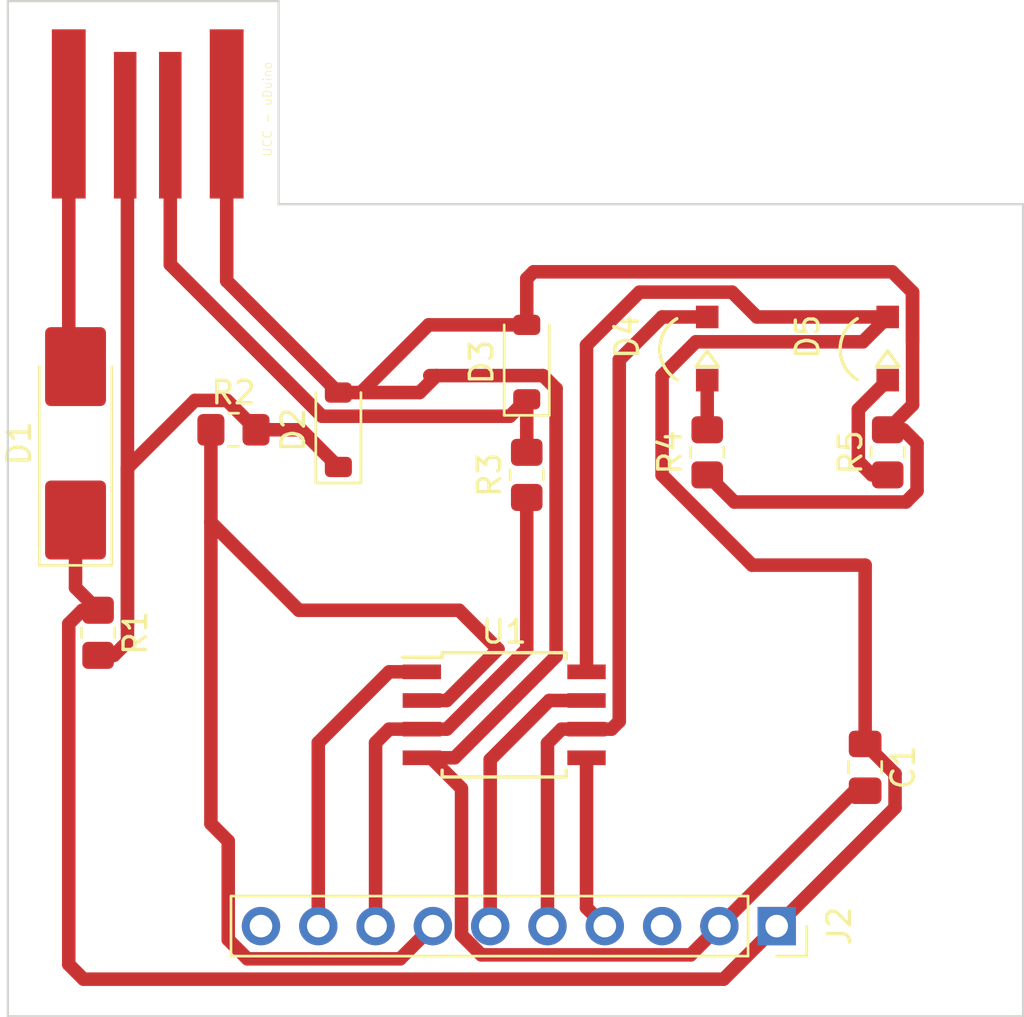
<source format=kicad_pcb>
(kicad_pcb (version 20241229) (generator "pcbnew") (generator_version "9.0")
  (layers (0 "F.Cu" signal) (2 "B.Cu" signal) (13 "F.Paste" user) (15 "B.Paste" user) (5 "F.SilkS" user "F.Silkscreen") (7 "B.SilkS" user "B.Silkscreen") (1 "F.Mask" user) (3 "B.Mask" user) (25 "Edge.Cuts" user))
  (net 0 "")
  (net 1 "GND")
  (net 2 "Net-(D1-A)")
  (net 3 "+5V")
  (net 4 "Net-(D2-K)")
  (net 5 "Net-(D3-K)")
  (net 6 "Net-(D5-K)")
  (net 7 "Net-(J2-Pin_4)")
  (net 8 "Net-(J2-Pin_7)")
  (net 9 "Net-(J2-Pin_6)")
  (net 11 "Net-(J2-Pin_9)")
  (net 13 "Net-(J2-Pin_8)")
  (net 14 "Net-(D4-A)")
  (net 15 "Net-(D4-K)")
  (footprint "Resistor_SMD:R_0805_2012Metric_Pad1.20x1.40mm_HandSolder" (layer "F.Cu") (at 208 92 90)
    (property "Reference" "R3" (at 0 -1.65 90) (layer "F.SilkS"))
    (property "Value" "68KΩ 5% 1/8W")
    (fp_line (start -0.227064 -0.735) (end 0.227064 -0.735) (stroke (width 0.12)) (layer "F.SilkS"))
    (fp_line (start -0.227064 0.735) (end 0.227064 0.735) (stroke (width 0.12)) (layer "F.SilkS"))
    (pad "1" smd roundrect (at -1 0 90) (size 1.2 1.4) (layers "F.Cu" "F.Mask" "F.Paste") (roundrect_rratio 0.208333) (net 13 "Net-(J2-Pin_8)"))
    (pad "2" smd roundrect (at 1 0 90) (size 1.2 1.4) (layers "F.Cu" "F.Mask" "F.Paste") (roundrect_rratio 0.208333) (net 5 "Net-(D3-K)"))
  )
  (footprint "Package_SO:SOIC-8W_5.3x5.3mm_P1.27mm" (layer "F.Cu") (at 207 102.635)
    (property "Reference" "U1" (at 0 -3.68 0) (layer "F.SilkS"))
    (property "Value" "ATtiny85-20SU")
    (fp_line (start -2.75 -2.755) (end -2.75 -2.55) (stroke (width 0.15)) (layer "F.SilkS"))
    (fp_line (start -2.75 -2.755) (end 2.75 -2.755) (stroke (width 0.15)) (layer "F.SilkS"))
    (fp_line (start -2.75 -2.55) (end -4.5 -2.55) (stroke (width 0.15)) (layer "F.SilkS"))
    (fp_line (start -2.75 2.755) (end -2.75 2.455) (stroke (width 0.15)) (layer "F.SilkS"))
    (fp_line (start -2.75 2.755) (end 2.75 2.755) (stroke (width 0.15)) (layer "F.SilkS"))
    (fp_line (start 2.75 -2.755) (end 2.75 -2.455) (stroke (width 0.15)) (layer "F.SilkS"))
    (fp_line (start 2.75 2.755) (end 2.75 2.455) (stroke (width 0.15)) (layer "F.SilkS"))
    (pad "1" smd rect (at -3.65 -1.905) (size 1.7 0.65) (layers "F.Cu" "F.Mask" "F.Paste") (net 11 "Net-(J2-Pin_9)"))
    (pad "2" smd rect (at -3.65 -0.635) (size 1.7 0.65) (layers "F.Cu" "F.Mask" "F.Paste") (net 8 "Net-(J2-Pin_7)"))
    (pad "3" smd rect (at -3.65 0.635) (size 1.7 0.65) (layers "F.Cu" "F.Mask" "F.Paste") (net 13 "Net-(J2-Pin_8)"))
    (pad "4" smd rect (at -3.65 1.905) (size 1.7 0.65) (layers "F.Cu" "F.Mask" "F.Paste") (net 1 "GND"))
    (pad "5" smd rect (at 3.65 1.905) (size 1.7 0.65) (layers "F.Cu" "F.Mask" "F.Paste") (net 7 "Net-(J2-Pin_4)"))
    (pad "6" smd rect (at 3.65 0.635) (size 1.7 0.65) (layers "F.Cu" "F.Mask" "F.Paste") (net 14 "Net-(D4-A)"))
    (pad "7" smd rect (at 3.65 -0.635) (size 1.7 0.65) (layers "F.Cu" "F.Mask" "F.Paste") (net 9 "Net-(J2-Pin_6)"))
    (pad "8" smd rect (at 3.65 -1.905) (size 1.7 0.65) (layers "F.Cu" "F.Mask" "F.Paste") (net 3 "+5V"))
  )
  (footprint "ledSMD:ledSMD" (layer "F.Cu") (at 224 86 90)
    (property "Reference" "D5" (at 0.125 -3.55 90) (layer "F.SilkS"))
    (property "Value" "Led Red")
    (fp_line (start -1.15 -0.475) (end -0.5 0) (stroke (width 0.15)) (layer "F.SilkS"))
    (fp_line (start -0.5 0) (end -1.2 0.5) (stroke (width 0.15)) (layer "F.SilkS"))
    (fp_line (start -1.2 0.5) (end -1.2 -0.5) (stroke (width 0.15)) (layer "F.SilkS"))
    (fp_arc (start -1.786089 -1.331572) (mid -0.435753 -2.107089) (end 0.924999 -1.349999) (stroke (width 0.15)) (layer "F.SilkS"))
    (pad "1" smd rect (at -1.8 0 90) (size 1 1) (layers "F.Cu" "F.Mask" "F.Paste") (net 6 "Net-(D5-K)"))
    (pad "2" smd rect (at 1 0 90) (size 1 1) (layers "F.Cu" "F.Mask" "F.Paste") (net 3 "+5V"))
  )
  (footprint "embeddedPcbUsb:USB_A_UCC" (layer "F.Cu") (at 191.2 76.2 -90)
    (property "Reference" "J1" (hide yes))
    (property "Value" "Pcb USB Type A" (hide yes))
    (fp_text user "UCC - uDuino" (at -2.54 -5.08 90) (layer "F.SilkS") (effects (font (size 0.38608 0.38608) (thickness 0.032512)) (justify right top)))
    (pad "1" smd rect (at -0.2 3.5 270) (size 7.5 1.5) (layers "F.Cu" "F.Mask" "F.Paste") (net 2 "Net-(D1-A)"))
    (pad "2" smd rect (at 0.3 1 270) (size 6.5 1) (layers "F.Cu" "F.Mask" "F.Paste") (net 4 "Net-(D2-K)"))
    (pad "3" smd rect (at 0.3 -1 270) (size 6.5 1) (layers "F.Cu" "F.Mask" "F.Paste") (net 5 "Net-(D3-K)"))
    (pad "4" smd rect (at -0.2 -3.5 270) (size 7.5 1.5) (layers "F.Cu" "F.Mask" "F.Paste") (net 1 "GND"))
  )
  (footprint "ledSMD:ledSMD" (layer "F.Cu") (at 216 86 90)
    (property "Reference" "D4" (at 0.125 -3.55 90) (layer "F.SilkS"))
    (property "Value" "Led Green")
    (fp_line (start -1.15 -0.475) (end -0.5 0) (stroke (width 0.15)) (layer "F.SilkS"))
    (fp_line (start -0.5 0) (end -1.2 0.5) (stroke (width 0.15)) (layer "F.SilkS"))
    (fp_line (start -1.2 0.5) (end -1.2 -0.5) (stroke (width 0.15)) (layer "F.SilkS"))
    (fp_arc (start -1.786089 -1.331572) (mid -0.435753 -2.107089) (end 0.924999 -1.349999) (stroke (width 0.15)) (layer "F.SilkS"))
    (pad "1" smd rect (at -1.8 0 90) (size 1 1) (layers "F.Cu" "F.Mask" "F.Paste") (net 15 "Net-(D4-K)"))
    (pad "2" smd rect (at 1 0 90) (size 1 1) (layers "F.Cu" "F.Mask" "F.Paste") (net 14 "Net-(D4-A)"))
  )
  (footprint "Resistor_SMD:R_0805_2012Metric_Pad1.20x1.40mm_HandSolder" (layer "F.Cu") (at 216 91 90)
    (property "Reference" "R4" (at 0 -1.65 90) (layer "F.SilkS"))
    (property "Value" "330Ω 5% 1/8W")
    (fp_line (start -0.227064 -0.735) (end 0.227064 -0.735) (stroke (width 0.12)) (layer "F.SilkS"))
    (fp_line (start -0.227064 0.735) (end 0.227064 0.735) (stroke (width 0.12)) (layer "F.SilkS"))
    (pad "1" smd roundrect (at -1 0 90) (size 1.2 1.4) (layers "F.Cu" "F.Mask" "F.Paste") (roundrect_rratio 0.208333) (net 1 "GND"))
    (pad "2" smd roundrect (at 1 0 90) (size 1.2 1.4) (layers "F.Cu" "F.Mask" "F.Paste") (roundrect_rratio 0.208333) (net 15 "Net-(D4-K)"))
  )
  (footprint "Capacitor_SMD:C_0805_2012Metric_Pad1.18x1.45mm_HandSolder" (layer "F.Cu") (at 223 104.9625 -90)
    (property "Reference" "C1" (at 0 -1.68 90) (layer "F.SilkS"))
    (property "Value" "0.1 u")
    (fp_line (start -0.261252 0.735) (end 0.261252 0.735) (stroke (width 0.12)) (layer "F.SilkS"))
    (fp_line (start -0.261252 -0.735) (end 0.261252 -0.735) (stroke (width 0.12)) (layer "F.SilkS"))
    (pad "1" smd roundrect (at -1.0375 0 270) (size 1.175 1.45) (layers "F.Cu" "F.Mask" "F.Paste") (roundrect_rratio 0.212766) (net 3 "+5V"))
    (pad "2" smd roundrect (at 1.0375 0 270) (size 1.175 1.45) (layers "F.Cu" "F.Mask" "F.Paste") (roundrect_rratio 0.212766) (net 1 "GND"))
  )
  (footprint "Diode_SMD:D_SOD-123" (layer "F.Cu") (at 208 87 90)
    (property "Reference" "D3" (at 0 -2 90) (layer "F.SilkS"))
    (property "Value" "3.6V 1/2mV")
    (fp_line (start -2.36 -1) (end 1.65 -1) (stroke (width 0.12)) (layer "F.SilkS"))
    (fp_line (start -2.36 -1) (end -2.36 1) (stroke (width 0.12)) (layer "F.SilkS"))
    (fp_line (start -2.36 1) (end 1.65 1) (stroke (width 0.12)) (layer "F.SilkS"))
    (pad "1" smd roundrect (at -1.65 0 90) (size 0.9 1.2) (layers "F.Cu" "F.Mask" "F.Paste") (net 5 "Net-(D3-K)"))
    (pad "2" smd roundrect (at 1.65 0 90) (size 0.9 1.2) (layers "F.Cu" "F.Mask" "F.Paste") (net 1 "GND"))
  )
  (footprint "Connector_PinSocket_2.54mm:PinSocket_1x10_P2.54mm_Vertical" (layer "F.Cu") (at 219.08 112 -90)
    (property "Reference" "J2" (at 0 -2.77 270) (layer "F.SilkS"))
    (property "Value" "Header")
    (fp_line (start -1.33 24.19) (end 1.33 24.19) (stroke (width 0.12)) (layer "F.SilkS"))
    (fp_line (start -1.33 1.27) (end -1.33 24.19) (stroke (width 0.12)) (layer "F.SilkS"))
    (fp_line (start -1.33 1.27) (end 1.33 1.27) (stroke (width 0.12)) (layer "F.SilkS"))
    (fp_line (start 1.33 1.27) (end 1.33 24.19) (stroke (width 0.12)) (layer "F.SilkS"))
    (fp_line (start 0 -1.33) (end 1.33 -1.33) (stroke (width 0.12)) (layer "F.SilkS"))
    (fp_line (start 1.33 -1.33) (end 1.33 0) (stroke (width 0.12)) (layer "F.SilkS"))
    (pad "1" thru_hole rect (at 0 0 270) (size 1.7 1.7) (drill 1) (layers "*.Cu" "*.Mask") (net 3 "+5V"))
    (pad "2" thru_hole oval (at 0 2.54 270) (size 1.7 1.7) (drill 1) (layers "*.Cu" "*.Mask") (net 1 "GND"))
    (pad "3" thru_hole oval (at 0 5.08 270) (size 1.7 1.7) (drill 1) (layers "*.Cu" "*.Mask"))
    (pad "4" thru_hole oval (at 0 7.62 270) (size 1.7 1.7) (drill 1) (layers "*.Cu" "*.Mask") (net 7 "Net-(J2-Pin_4)"))
    (pad "5" thru_hole oval (at 0 10.16 270) (size 1.7 1.7) (drill 1) (layers "*.Cu" "*.Mask") (net 14 "Net-(D4-A)"))
    (pad "6" thru_hole oval (at 0 12.7 270) (size 1.7 1.7) (drill 1) (layers "*.Cu" "*.Mask") (net 9 "Net-(J2-Pin_6)"))
    (pad "7" thru_hole oval (at 0 15.24 270) (size 1.7 1.7) (drill 1) (layers "*.Cu" "*.Mask") (net 8 "Net-(J2-Pin_7)"))
    (pad "8" thru_hole oval (at 0 17.78 270) (size 1.7 1.7) (drill 1) (layers "*.Cu" "*.Mask") (net 13 "Net-(J2-Pin_8)"))
    (pad "9" thru_hole oval (at 0 20.32 270) (size 1.7 1.7) (drill 1) (layers "*.Cu" "*.Mask") (net 11 "Net-(J2-Pin_9)"))
    (pad "10" thru_hole oval (at 0 22.86 270) (size 1.7 1.7) (drill 1) (layers "*.Cu" "*.Mask"))
  )
  (footprint "Diode_SMD:D_MELF_Handsoldering" (layer "F.Cu") (at 188 90.6 90)
    (property "Reference" "D1" (at 0 -2.5 90) (layer "F.SilkS"))
    (property "Value" "PMLL4148L")
    (fp_line (start 3.4 -1.61) (end -5.41 -1.61) (stroke (width 0.12)) (layer "F.SilkS"))
    (fp_line (start -5.41 -1.61) (end -5.41 1.61) (stroke (width 0.12)) (layer "F.SilkS"))
    (fp_line (start -5.41 1.61) (end 3.4 1.61) (stroke (width 0.12)) (layer "F.SilkS"))
    (pad "1" smd roundrect (at -3.4 0 90) (size 3.5 2.7) (layers "F.Cu" "F.Mask" "F.Paste") (roundrect_rratio 0.0925925926) (net 3 "+5V"))
    (pad "2" smd roundrect (at 3.4 0 90) (size 3.5 2.7) (layers "F.Cu" "F.Mask" "F.Paste") (roundrect_rratio 0.0925925926) (net 2 "Net-(D1-A)"))
  )
  (footprint "Resistor_SMD:R_0805_2012Metric_Pad1.20x1.40mm_HandSolder" (layer "F.Cu") (at 195 90)
    (property "Reference" "R2" (at 0 -1.65 0) (layer "F.SilkS"))
    (property "Value" "68KΩ 5% 1/8W")
    (fp_line (start -0.227064 -0.735) (end 0.227064 -0.735) (stroke (width 0.12)) (layer "F.SilkS"))
    (fp_line (start -0.227064 0.735) (end 0.227064 0.735) (stroke (width 0.12)) (layer "F.SilkS"))
    (pad "1" smd roundrect (at -1 0) (size 1.2 1.4) (layers "F.Cu" "F.Mask" "F.Paste") (roundrect_rratio 0.208333) (net 8 "Net-(J2-Pin_7)"))
    (pad "2" smd roundrect (at 1 0) (size 1.2 1.4) (layers "F.Cu" "F.Mask" "F.Paste") (roundrect_rratio 0.208333) (net 4 "Net-(D2-K)"))
  )
  (footprint "Diode_SMD:D_SOD-123" (layer "F.Cu") (at 199.65 90 90)
    (property "Reference" "D2" (at 0 -2 90) (layer "F.SilkS"))
    (property "Value" "3.6V 1/2mW")
    (fp_line (start -2.36 -1) (end 1.65 -1) (stroke (width 0.12)) (layer "F.SilkS"))
    (fp_line (start -2.36 -1) (end -2.36 1) (stroke (width 0.12)) (layer "F.SilkS"))
    (fp_line (start -2.36 1) (end 1.65 1) (stroke (width 0.12)) (layer "F.SilkS"))
    (pad "1" smd roundrect (at -1.65 0 90) (size 0.9 1.2) (layers "F.Cu" "F.Mask" "F.Paste") (net 4 "Net-(D2-K)"))
    (pad "2" smd roundrect (at 1.65 0 90) (size 0.9 1.2) (layers "F.Cu" "F.Mask" "F.Paste") (net 1 "GND"))
  )
  (footprint "Resistor_SMD:R_0805_2012Metric_Pad1.20x1.40mm_HandSolder" (layer "F.Cu") (at 189 99 -90)
    (property "Reference" "R1" (at 0 -1.65 90) (layer "F.SilkS"))
    (property "Value" "1.5KΩ 5% 1/8W")
    (fp_line (start -0.227064 0.735) (end 0.227064 0.735) (stroke (width 0.12)) (layer "F.SilkS"))
    (fp_line (start -0.227064 -0.735) (end 0.227064 -0.735) (stroke (width 0.12)) (layer "F.SilkS"))
    (pad "1" smd roundrect (at -1 0 270) (size 1.2 1.4) (layers "F.Cu" "F.Mask" "F.Paste") (roundrect_rratio 0.208333) (net 3 "+5V"))
    (pad "2" smd roundrect (at 1 0 270) (size 1.2 1.4) (layers "F.Cu" "F.Mask" "F.Paste") (roundrect_rratio 0.208333) (net 4 "Net-(D2-K)"))
  )
  (footprint "Resistor_SMD:R_0805_2012Metric_Pad1.20x1.40mm_HandSolder" (layer "F.Cu") (at 224 91 90)
    (property "Reference" "R5" (at 0 -1.65 90) (layer "F.SilkS"))
    (property "Value" "330Ω 5% 1/8W")
    (fp_line (start -0.227064 -0.735) (end 0.227064 -0.735) (stroke (width 0.12)) (layer "F.SilkS"))
    (fp_line (start -0.227064 0.735) (end 0.227064 0.735) (stroke (width 0.12)) (layer "F.SilkS"))
    (pad "1" smd roundrect (at -1 0 90) (size 1.2 1.4) (layers "F.Cu" "F.Mask" "F.Paste") (roundrect_rratio 0.208333) (net 6 "Net-(D5-K)"))
    (pad "2" smd roundrect (at 1 0 90) (size 1.2 1.4) (layers "F.Cu" "F.Mask" "F.Paste") (roundrect_rratio 0.208333) (net 1 "GND"))
  )
  (gr_line (start 185 116) (end 230 116) (stroke (width 0.1)) (layer "Edge.Cuts"))
  (gr_line (start 197 71) (end 185 71) (stroke (width 0.1)) (layer "Edge.Cuts"))
  (gr_line (start 185 71) (end 185 116) (stroke (width 0.1)) (layer "Edge.Cuts"))
  (gr_line (start 230 116) (end 230 80) (stroke (width 0.1)) (layer "Edge.Cuts"))
  (gr_line (start 197 80) (end 197 71) (stroke (width 0.1)) (layer "Edge.Cuts"))
  (gr_line (start 230 80) (end 197 80) (stroke (width 0.1)) (layer "Edge.Cuts"))
  (segment (start 225.101 83.899) (end 225.101 88.899) (width 0.6) (layer "F.Cu") (net 1))
  (segment (start 205.989 113.276) (end 205.11 112.397) (width 0.6) (layer "F.Cu") (net 1))
  (segment (start 205.11 112.397) (end 205.11 106) (width 0.6) (layer "F.Cu") (net 1))
  (segment (start 215.264 113.276) (end 205.989 113.276) (width 0.6) (layer "F.Cu") (net 1))
  (segment (start 205.1065 105.9965) (end 205.11 106) (width 0.25) (layer "F.Cu") (net 1))
  (segment (start 225.301 90.601) (end 224.7 90) (width 0.6) (layer "F.Cu") (net 1))
  (segment (start 203.65 85.35) (end 208 85.35) (width 0.6) (layer "F.Cu") (net 1))
  (segment (start 225.101 88.899) (end 224 90) (width 0.6) (layer "F.Cu") (net 1))
  (segment (start 203.35 104.54) (end 203.753 104.54) (width 0.6) (layer "F.Cu") (net 1))
  (segment (start 203.753 104.54) (end 204.8 104.54) (width 0.6) (layer "F.Cu") (net 1))
  (segment (start 224.2 82.998) (end 225.101 83.899) (width 0.6) (layer "F.Cu") (net 1))
  (segment (start 217.201 93.201) (end 224.809424 93.201) (width 0.6) (layer "F.Cu") (net 1))
  (segment (start 208 85.35) (end 208 83.3) (width 0.6) (layer "F.Cu") (net 1))
  (segment (start 204.8 104.54) (end 209.301 100.039) (width 0.6) (layer "F.Cu") (net 1))
  (segment (start 209.301 100.039) (end 209.301 88.1766) (width 0.6) (layer "F.Cu") (net 1))
  (segment (start 216.54 111.46) (end 216.54 111.638) (width 0.6) (layer "F.Cu") (net 1))
  (segment (start 216.54 112) (end 222.54 106) (width 0.6) (layer "F.Cu") (net 1))
  (segment (start 216.54 112) (end 215.264 113.276) (width 0.6) (layer "F.Cu") (net 1))
  (segment (start 208 83.3) (end 208.302 82.998) (width 0.6) (layer "F.Cu") (net 1))
  (segment (start 205.1065 105.8935) (end 205.1065 105.9965) (width 0.25) (layer "F.Cu") (net 1))
  (segment (start 199.65 88.35) (end 200.65 88.35) (width 0.6) (layer "F.Cu") (net 1))
  (segment (start 225.101 83.899) (end 225.101 86.101) (width 0.6) (layer "F.Cu") (net 1))
  (segment (start 194.7 83.4) (end 199.65 88.35) (width 0.6) (layer "F.Cu") (net 1))
  (segment (start 200.65 88.35) (end 203.249 88.35) (width 0.6) (layer "F.Cu") (net 1))
  (segment (start 222.54 106) (end 223 106) (width 0.25) (layer "F.Cu") (net 1))
  (segment (start 216.54 112) (end 215.804537 112) (width 0.25) (layer "F.Cu") (net 1))
  (segment (start 208.302 82.998) (end 224.2 82.998) (width 0.6) (layer "F.Cu") (net 1))
  (segment (start 194.7 76) (end 194.7 83.4) (width 0.6) (layer "F.Cu") (net 1))
  (segment (start 216 92) (end 217.201 93.201) (width 0.6) (layer "F.Cu") (net 1))
  (segment (start 208.723 87.599) (end 204 87.599) (width 0.6) (layer "F.Cu") (net 1))
  (segment (start 224.7 90) (end 224 90) (width 0.6) (layer "F.Cu") (net 1))
  (segment (start 200.65 88.35) (end 203.65 85.35) (width 0.6) (layer "F.Cu") (net 1))
  (segment (start 225.301 92.709424) (end 225.301 90.601) (width 0.6) (layer "F.Cu") (net 1))
  (segment (start 209.301 88.1766) (end 208.723 87.599) (width 0.6) (layer "F.Cu") (net 1))
  (segment (start 203.249 88.35) (end 204 87.599) (width 0.6) (layer "F.Cu") (net 1))
  (segment (start 204 87.599) (end 203.701 87.599) (width 0.6) (layer "F.Cu") (net 1))
  (segment (start 203.753 104.54) (end 205.1065 105.8935) (width 0.6) (layer "F.Cu") (net 1))
  (segment (start 216.54 112) (end 216.54 111.638) (width 0.25) (layer "F.Cu") (net 1))
  (segment (start 224.809424 93.201) (end 225.301 92.709424) (width 0.6) (layer "F.Cu") (net 1))
  (segment (start 187.7 86.9) (end 188 87.2) (width 0.6) (layer "F.Cu") (net 2))
  (segment (start 187.7 76) (end 187.7 86.9) (width 0.6) (layer "F.Cu") (net 2))
  (segment (start 217.989576 96) (end 214 92.010424) (width 0.6) (layer "F.Cu") (net 3))
  (segment (start 189 98) (end 188.3 98) (width 0.6) (layer "F.Cu") (net 3))
  (segment (start 219.08 111.92) (end 219.08 112) (width 0.6) (layer "F.Cu") (net 3))
  (segment (start 217.101 83.899) (end 213 83.899) (width 0.6) (layer "F.Cu") (net 3))
  (segment (start 188.3 98) (end 187.699 98.601) (width 0.6) (layer "F.Cu") (net 3))
  (segment (start 224.326 105.251) (end 223 103.925) (width 0.6) (layer "F.Cu") (net 3))
  (segment (start 188 97) (end 189 98) (width 0.6) (layer "F.Cu") (net 3))
  (segment (start 224 85) (end 218.202 85) (width 0.6) (layer "F.Cu") (net 3))
  (segment (start 214 87.598) (end 215.497 86.101) (width 0.6) (layer "F.Cu") (net 3))
  (segment (start 210.65 86.249) (end 210.65 100.73) (width 0.6) (layer "F.Cu") (net 3))
  (segment (start 219.08 112) (end 224.326 106.754) (width 0.6) (layer "F.Cu") (net 3))
  (segment (start 188 94) (end 188 97) (width 0.6) (layer "F.Cu") (net 3))
  (segment (start 214 92.010424) (end 214 87.598) (width 0.6) (layer "F.Cu") (net 3))
  (segment (start 187.699 113.699) (end 188.352 114.352) (width 0.6) (layer "F.Cu") (net 3))
  (segment (start 224.326 106.754) (end 224.326 105.251) (width 0.6) (layer "F.Cu") (net 3))
  (segment (start 223 96) (end 217.989576 96) (width 0.6) (layer "F.Cu") (net 3))
  (segment (start 223 103.925) (end 223 96) (width 0.6) (layer "F.Cu") (net 3))
  (segment (start 218.202 85) (end 217.101 83.899) (width 0.6) (layer "F.Cu") (net 3))
  (segment (start 188.352 114.352) (end 216.728 114.352) (width 0.6) (layer "F.Cu") (net 3))
  (segment (start 215.497 86.101) (end 222.899 86.101) (width 0.6) (layer "F.Cu") (net 3))
  (segment (start 222.899 86.101) (end 224 85) (width 0.6) (layer "F.Cu") (net 3))
  (segment (start 216.728 114.352) (end 219.08 112) (width 0.6) (layer "F.Cu") (net 3))
  (segment (start 213 83.899) (end 210.65 86.249) (width 0.6) (layer "F.Cu") (net 3))
  (segment (start 187.699 98.601) (end 187.699 113.699) (width 0.6) (layer "F.Cu") (net 3))
  (segment (start 196 90) (end 196 89.9896) (width 0.6) (layer "F.Cu") (net 4))
  (segment (start 193.291 88.699) (end 190.301 91.6886) (width 0.6) (layer "F.Cu") (net 4))
  (segment (start 190.301 99.399) (end 189.7 100) (width 0.6) (layer "F.Cu") (net 4))
  (segment (start 198 90) (end 199.65 91.65) (width 0.6) (layer "F.Cu") (net 4))
  (segment (start 196 90) (end 198 90) (width 0.6) (layer "F.Cu") (net 4))
  (segment (start 190.301 98.7094) (end 190.301 76.601) (width 0.6) (layer "F.Cu") (net 4))
  (segment (start 196 89.9896) (end 194.709 88.699) (width 0.6) (layer "F.Cu") (net 4))
  (segment (start 194.709 88.699) (end 193.291 88.699) (width 0.6) (layer "F.Cu") (net 4))
  (segment (start 190.301 76.601) (end 190.2 76.5) (width 0.6) (layer "F.Cu") (net 4))
  (segment (start 189.7 100) (end 189 100) (width 0.6) (layer "F.Cu") (net 4))
  (segment (start 190.301 91.6886) (end 190.301 99.399) (width 0.6) (layer "F.Cu") (net 4))
  (segment (start 198.927 89.401) (end 192.2 82.6744) (width 0.6) (layer "F.Cu") (net 5))
  (segment (start 208 91) (end 208 88.65) (width 0.6) (layer "F.Cu") (net 5))
  (segment (start 192.2 82.6744) (end 192.2 76.5) (width 0.6) (layer "F.Cu") (net 5))
  (segment (start 207.249 89.401) (end 198.927 89.401) (width 0.6) (layer "F.Cu") (net 5))
  (segment (start 208 88.65) (end 207.249 89.401) (width 0.6) (layer "F.Cu") (net 5))
  (segment (start 224 92) (end 223.3 92) (width 0.6) (layer "F.Cu") (net 6))
  (segment (start 223.3 92) (end 222.699 91.399) (width 0.6) (layer "F.Cu") (net 6))
  (segment (start 222.699 89.101) (end 224 87.8) (width 0.6) (layer "F.Cu") (net 6))
  (segment (start 222.699 91.399) (end 222.699 89.101) (width 0.6) (layer "F.Cu") (net 6))
  (segment (start 210.65 104.54) (end 210.65 111.19) (width 0.6) (layer "F.Cu") (net 7))
  (segment (start 210.65 111.19) (end 211.46 112) (width 0.6) (layer "F.Cu") (net 7))
  (segment (start 194 90) (end 194 94.1) (width 0.6) (layer "F.Cu") (net 8))
  (segment (start 194 94.1) (end 194 107.462) (width 0.6) (layer "F.Cu") (net 8))
  (segment (start 203.35 102) (end 204.453 102) (width 0.6) (layer "F.Cu") (net 8))
  (segment (start 205 98) (end 197.9 98) (width 0.6) (layer "F.Cu") (net 8))
  (segment (start 206.726 99.7264) (end 205 98) (width 0.6) (layer "F.Cu") (net 8))
  (segment (start 194.769 108.231) (end 194.769 112.601) (width 0.6) (layer "F.Cu") (net 8))
  (segment (start 194 90) (end 193.899 89.899) (width 0.6) (layer "F.Cu") (net 8))
  (segment (start 194.769 112.601) (end 195.619 113.451) (width 0.6) (layer "F.Cu") (net 8))
  (segment (start 204.453 102) (end 206.726 99.7264) (width 0.6) (layer "F.Cu") (net 8))
  (segment (start 195.619 113.451) (end 202.389 113.451) (width 0.6) (layer "F.Cu") (net 8))
  (segment (start 202.389 113.451) (end 203.84 112) (width 0.6) (layer "F.Cu") (net 8))
  (segment (start 197.9 98) (end 194 94.1) (width 0.6) (layer "F.Cu") (net 8))
  (segment (start 194 107.462) (end 194.769 108.231) (width 0.6) (layer "F.Cu") (net 8))
  (segment (start 210.65 102) (end 209 102) (width 0.6) (layer "F.Cu") (net 9))
  (segment (start 206.38 104.62) (end 206.38 112) (width 0.6) (layer "F.Cu") (net 9))
  (segment (start 209 102) (end 206.38 104.62) (width 0.6) (layer "F.Cu") (net 9))
  (segment (start 198.76 103.87) (end 201.9 100.73) (width 0.6) (layer "F.Cu") (net 11))
  (segment (start 201.9 100.73) (end 203.35 100.73) (width 0.6) (layer "F.Cu") (net 11))
  (segment (start 198.76 112) (end 198.76 103.87) (width 0.6) (layer "F.Cu") (net 11))
  (segment (start 208 99.727) (end 204.457 103.27) (width 0.6) (layer "F.Cu") (net 13))
  (segment (start 201.3 103.87) (end 201.3 112) (width 0.6) (layer "F.Cu") (net 13))
  (segment (start 208 93) (end 208 99.727) (width 0.6) (layer "F.Cu") (net 13))
  (segment (start 204.457 103.27) (end 203.35 103.27) (width 0.6) (layer "F.Cu") (net 13))
  (segment (start 201.9 103.27) (end 201.3 103.87) (width 0.6) (layer "F.Cu") (net 13))
  (segment (start 203.35 103.27) (end 201.9 103.27) (width 0.6) (layer "F.Cu") (net 13))
  (segment (start 209.543 103.27) (end 208.92 103.893) (width 0.6) (layer "F.Cu") (net 14))
  (segment (start 211.757 103.27) (end 210.65 103.27) (width 0.6) (layer "F.Cu") (net 14))
  (segment (start 208.92 103.893) (end 208.92 112) (width 0.6) (layer "F.Cu") (net 14))
  (segment (start 212.101 102.926) (end 211.757 103.27) (width 0.6) (layer "F.Cu") (net 14))
  (segment (start 212.101 86.899) (end 212.101 102.926) (width 0.6) (layer "F.Cu") (net 14))
  (segment (start 210.65 103.27) (end 209.543 103.27) (width 0.6) (layer "F.Cu") (net 14))
  (segment (start 216 85) (end 214 85) (width 0.6) (layer "F.Cu") (net 14))
  (segment (start 214 85) (end 212.101 86.899) (width 0.6) (layer "F.Cu") (net 14))
  (segment (start 216 90) (end 216 87.8) (width 0.6) (layer "F.Cu") (net 15))
)
</source>
